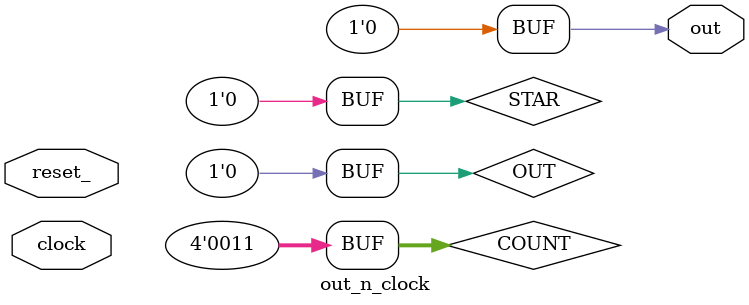
<source format=v>
module out_n_clock(
    out,
    clock, reset_
);
    output out;
    input clock, reset_;

    reg OUT;
    assign out = OUT;

    localparam N = 3;
    reg [3:0] COUNT;

    reg STAR;
    localparam S0 = 0, S1 = 1;

    always @(reset_ == 0) begin
        COUNT <= N;
        OUT <= 0;
        STAR <= S0;
    end
    
    always @(posedge clock) if (reset_ == 1) #3 begin
        casex (STAR)
            S0: begin
                COUNT <= COUNT - 1;
                OUT <= 1;
                STAR <= (COUNT == 1) ? S1 : S0;
            end

            S1: begin
                COUNT <= N;
                OUT <= 0;
                STAR <= S0;
            end
        endcase
    end
endmodule
</source>
